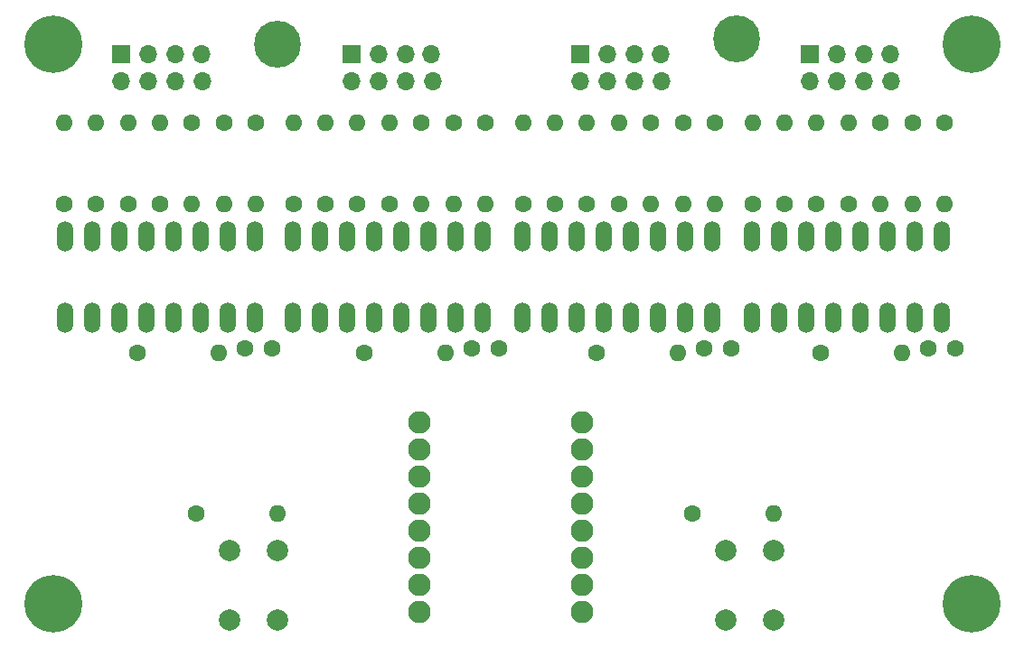
<source format=gbs>
G04 #@! TF.GenerationSoftware,KiCad,Pcbnew,8.0.0*
G04 #@! TF.CreationDate,2024-03-17T17:04:49+00:00*
G04 #@! TF.ProjectId,binClock,62696e43-6c6f-4636-9b2e-6b696361645f,rev?*
G04 #@! TF.SameCoordinates,Original*
G04 #@! TF.FileFunction,Soldermask,Bot*
G04 #@! TF.FilePolarity,Negative*
%FSLAX46Y46*%
G04 Gerber Fmt 4.6, Leading zero omitted, Abs format (unit mm)*
G04 Created by KiCad (PCBNEW 8.0.0) date 2024-03-17 17:04:49*
%MOMM*%
%LPD*%
G01*
G04 APERTURE LIST*
%ADD10O,1.524800X2.845600*%
%ADD11C,3.100000*%
%ADD12C,5.400000*%
%ADD13R,1.700000X1.700000*%
%ADD14O,1.700000X1.700000*%
%ADD15C,1.600000*%
%ADD16O,1.600000X1.600000*%
%ADD17C,2.600000*%
%ADD18C,4.400000*%
%ADD19C,2.109000*%
%ADD20C,2.000000*%
G04 APERTURE END LIST*
D10*
X173200000Y-102070000D03*
X170660000Y-102070000D03*
X168120000Y-102070000D03*
X165580000Y-102070000D03*
X163040000Y-102070000D03*
X160500000Y-102070000D03*
X157960000Y-102070000D03*
X155420000Y-102070000D03*
X155420000Y-109690000D03*
X157960000Y-109690000D03*
X160500000Y-109690000D03*
X163040000Y-109690000D03*
X165580000Y-109690000D03*
X168120000Y-109690000D03*
X170660000Y-109690000D03*
X173200000Y-109690000D03*
D11*
X197500000Y-136500000D03*
D12*
X197500000Y-136500000D03*
D13*
X117900000Y-84970000D03*
D14*
X120440000Y-84970000D03*
X122980000Y-84970000D03*
X125400000Y-84970000D03*
X125520000Y-87510000D03*
X122980000Y-87510000D03*
X120440000Y-87510000D03*
X117900000Y-87510000D03*
D13*
X160900000Y-84970000D03*
D14*
X163440000Y-84970000D03*
X165980000Y-84970000D03*
X168400000Y-84970000D03*
X168520000Y-87510000D03*
X165980000Y-87510000D03*
X163440000Y-87510000D03*
X160900000Y-87510000D03*
D11*
X197500000Y-84000000D03*
D12*
X197500000Y-84000000D03*
D10*
X130390000Y-102000000D03*
X127850000Y-102000000D03*
X125310000Y-102000000D03*
X122770000Y-102000000D03*
X120230000Y-102000000D03*
X117690000Y-102000000D03*
X115150000Y-102000000D03*
X112610000Y-102000000D03*
X112610000Y-109620000D03*
X115150000Y-109620000D03*
X117690000Y-109620000D03*
X120230000Y-109620000D03*
X122770000Y-109620000D03*
X125310000Y-109620000D03*
X127850000Y-109620000D03*
X130390000Y-109620000D03*
D15*
X195000000Y-91380000D03*
D16*
X195000000Y-99000000D03*
D15*
X137000000Y-99000000D03*
D16*
X137000000Y-91380000D03*
D17*
X175500000Y-83500000D03*
D18*
X175500000Y-83500000D03*
D15*
X134000000Y-99000000D03*
D16*
X134000000Y-91380000D03*
D15*
X124880000Y-128000000D03*
D16*
X132500000Y-128000000D03*
D17*
X132500000Y-84000000D03*
D18*
X132500000Y-84000000D03*
D15*
X167500000Y-91380000D03*
D16*
X167500000Y-99000000D03*
D15*
X170500000Y-91380000D03*
D16*
X170500000Y-99000000D03*
D15*
X121500000Y-99000000D03*
D16*
X121500000Y-91380000D03*
D15*
X124500000Y-91380000D03*
D16*
X124500000Y-99000000D03*
D15*
X186000000Y-99000000D03*
D16*
X186000000Y-91380000D03*
D19*
X145760000Y-119500000D03*
X145760000Y-122040000D03*
X145760000Y-124580000D03*
X145760000Y-127120000D03*
X145760000Y-132200000D03*
X145760000Y-129660000D03*
X161000000Y-137280000D03*
X145760000Y-137280000D03*
X161000000Y-134740000D03*
X161000000Y-132200000D03*
X161000000Y-129660000D03*
X161000000Y-127120000D03*
X161000000Y-124580000D03*
X161000000Y-122040000D03*
X161000000Y-119500000D03*
X145760000Y-134740000D03*
D15*
X112500000Y-99000000D03*
D16*
X112500000Y-91380000D03*
D15*
X152000000Y-91380000D03*
D16*
X152000000Y-99000000D03*
D15*
X143000000Y-99000000D03*
D16*
X143000000Y-91380000D03*
D15*
X173500000Y-91380000D03*
D16*
X173500000Y-99000000D03*
D10*
X194740000Y-102000000D03*
X192200000Y-102000000D03*
X189660000Y-102000000D03*
X187120000Y-102000000D03*
X184580000Y-102000000D03*
X182040000Y-102000000D03*
X179500000Y-102000000D03*
X176960000Y-102000000D03*
X176960000Y-109620000D03*
X179500000Y-109620000D03*
X182040000Y-109620000D03*
X184580000Y-109620000D03*
X187120000Y-109620000D03*
X189660000Y-109620000D03*
X192200000Y-109620000D03*
X194740000Y-109620000D03*
D15*
X129500000Y-112500000D03*
X132000000Y-112500000D03*
X115500000Y-99000000D03*
D16*
X115500000Y-91380000D03*
D15*
X149000000Y-91380000D03*
D16*
X149000000Y-99000000D03*
D15*
X162380000Y-113000000D03*
D16*
X170000000Y-113000000D03*
D20*
X174500000Y-138000000D03*
X174500000Y-131500000D03*
X179000000Y-138000000D03*
X179000000Y-131500000D03*
D11*
X111500000Y-84000000D03*
D12*
X111500000Y-84000000D03*
D15*
X192000000Y-91380000D03*
D16*
X192000000Y-99000000D03*
D15*
X164500000Y-99000000D03*
D16*
X164500000Y-91380000D03*
D15*
X183000000Y-99000000D03*
D16*
X183000000Y-91380000D03*
D15*
X177000000Y-99000000D03*
D16*
X177000000Y-91380000D03*
D15*
X172500000Y-112500000D03*
X175000000Y-112500000D03*
X140630000Y-113000000D03*
D16*
X148250000Y-113000000D03*
D15*
X158500000Y-99000000D03*
D16*
X158500000Y-91380000D03*
D15*
X193500000Y-112500000D03*
X196000000Y-112500000D03*
D10*
X151700000Y-102070000D03*
X149160000Y-102070000D03*
X146620000Y-102070000D03*
X144080000Y-102070000D03*
X141540000Y-102070000D03*
X139000000Y-102070000D03*
X136460000Y-102070000D03*
X133920000Y-102070000D03*
X133920000Y-109690000D03*
X136460000Y-109690000D03*
X139000000Y-109690000D03*
X141540000Y-109690000D03*
X144080000Y-109690000D03*
X146620000Y-109690000D03*
X149160000Y-109690000D03*
X151700000Y-109690000D03*
D20*
X128000000Y-138000000D03*
X128000000Y-131500000D03*
X132500000Y-138000000D03*
X132500000Y-131500000D03*
D15*
X189000000Y-91380000D03*
D16*
X189000000Y-99000000D03*
D15*
X180000000Y-99000000D03*
D16*
X180000000Y-91380000D03*
D15*
X118500000Y-99000000D03*
D16*
X118500000Y-91380000D03*
D11*
X111500000Y-136500000D03*
D12*
X111500000Y-136500000D03*
D15*
X130500000Y-91380000D03*
D16*
X130500000Y-99000000D03*
D15*
X155500000Y-99000000D03*
D16*
X155500000Y-91380000D03*
D13*
X139440000Y-84970000D03*
D14*
X141980000Y-84970000D03*
X144520000Y-84970000D03*
X146940000Y-84970000D03*
X147060000Y-87510000D03*
X144520000Y-87510000D03*
X141980000Y-87510000D03*
X139440000Y-87510000D03*
D15*
X150750000Y-112500000D03*
X153250000Y-112500000D03*
X161500000Y-99000000D03*
D16*
X161500000Y-91380000D03*
D15*
X140000000Y-99000000D03*
D16*
X140000000Y-91380000D03*
D15*
X171380000Y-128000000D03*
D16*
X179000000Y-128000000D03*
D15*
X183380000Y-113000000D03*
D16*
X191000000Y-113000000D03*
D13*
X182400000Y-84970000D03*
D14*
X184940000Y-84970000D03*
X187480000Y-84970000D03*
X189900000Y-84970000D03*
X190020000Y-87510000D03*
X187480000Y-87510000D03*
X184940000Y-87510000D03*
X182400000Y-87510000D03*
D15*
X146000000Y-91380000D03*
D16*
X146000000Y-99000000D03*
D15*
X119380000Y-113000000D03*
D16*
X127000000Y-113000000D03*
D15*
X127500000Y-91380000D03*
D16*
X127500000Y-99000000D03*
M02*

</source>
